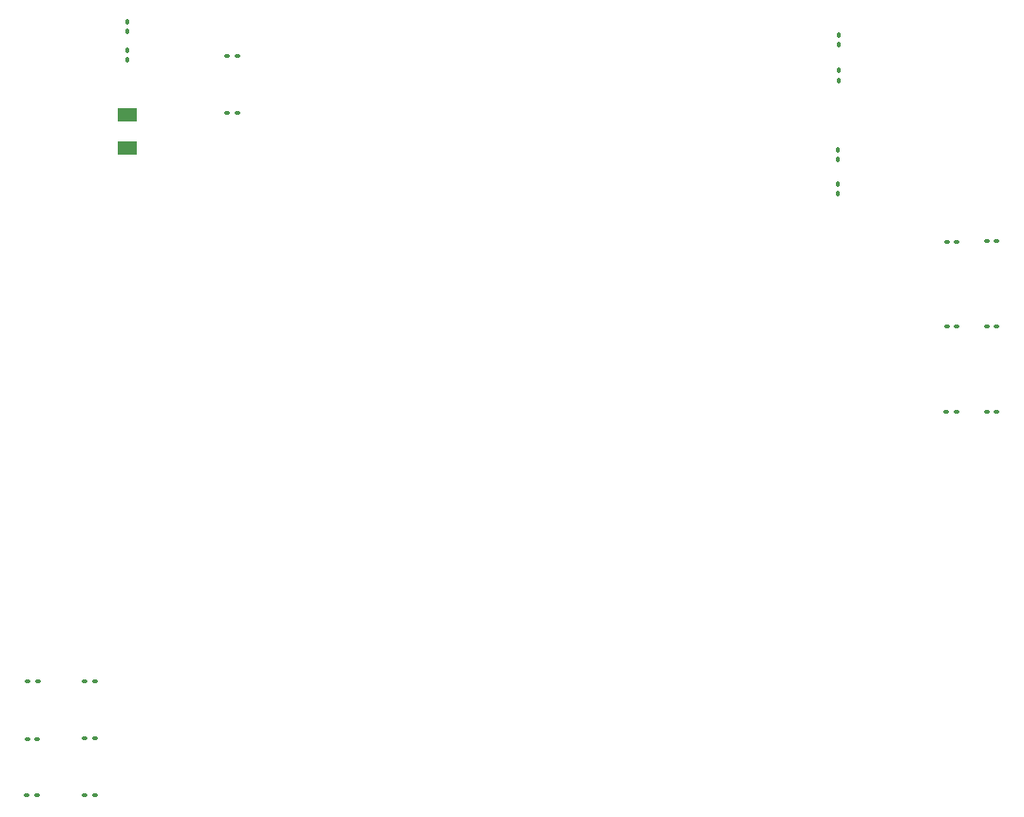
<source format=gtp>
G04 #@! TF.GenerationSoftware,KiCad,Pcbnew,7.0.6*
G04 #@! TF.CreationDate,2023-08-10T19:19:24-04:00*
G04 #@! TF.ProjectId,jerry,6a657272-792e-46b6-9963-61645f706362,rev?*
G04 #@! TF.SameCoordinates,Original*
G04 #@! TF.FileFunction,Paste,Top*
G04 #@! TF.FilePolarity,Positive*
%FSLAX46Y46*%
G04 Gerber Fmt 4.6, Leading zero omitted, Abs format (unit mm)*
G04 Created by KiCad (PCBNEW 7.0.6) date 2023-08-10 19:19:24*
%MOMM*%
%LPD*%
G01*
G04 APERTURE LIST*
G04 Aperture macros list*
%AMRoundRect*
0 Rectangle with rounded corners*
0 $1 Rounding radius*
0 $2 $3 $4 $5 $6 $7 $8 $9 X,Y pos of 4 corners*
0 Add a 4 corners polygon primitive as box body*
4,1,4,$2,$3,$4,$5,$6,$7,$8,$9,$2,$3,0*
0 Add four circle primitives for the rounded corners*
1,1,$1+$1,$2,$3*
1,1,$1+$1,$4,$5*
1,1,$1+$1,$6,$7*
1,1,$1+$1,$8,$9*
0 Add four rect primitives between the rounded corners*
20,1,$1+$1,$2,$3,$4,$5,0*
20,1,$1+$1,$4,$5,$6,$7,0*
20,1,$1+$1,$6,$7,$8,$9,0*
20,1,$1+$1,$8,$9,$2,$3,0*%
G04 Aperture macros list end*
%ADD10RoundRect,0.090000X0.139000X0.090000X-0.139000X0.090000X-0.139000X-0.090000X0.139000X-0.090000X0*%
%ADD11RoundRect,0.090000X-0.139000X-0.090000X0.139000X-0.090000X0.139000X0.090000X-0.139000X0.090000X0*%
%ADD12RoundRect,0.090000X0.090000X-0.139000X0.090000X0.139000X-0.090000X0.139000X-0.090000X-0.139000X0*%
%ADD13RoundRect,0.090000X-0.090000X0.139000X-0.090000X-0.139000X0.090000X-0.139000X0.090000X0.139000X0*%
%ADD14R,1.800000X1.170000*%
G04 APERTURE END LIST*
D10*
X31345000Y-139588410D03*
X30480000Y-139588410D03*
X31321196Y-144780000D03*
X30456196Y-144780000D03*
D11*
X115975000Y-115570000D03*
X116840000Y-115570000D03*
X35560000Y-139650518D03*
X36425000Y-139650518D03*
X35560000Y-144730518D03*
X36425000Y-144730518D03*
X48260000Y-88900000D03*
X49125000Y-88900000D03*
D10*
X113260874Y-107962115D03*
X112395874Y-107962115D03*
D12*
X39370000Y-84200000D03*
X39370000Y-83335000D03*
D11*
X115975000Y-100330000D03*
X116840000Y-100330000D03*
D13*
X102644538Y-95271992D03*
X102644538Y-96136992D03*
X102756645Y-81942984D03*
X102756645Y-82807984D03*
X102672028Y-92207869D03*
X102672028Y-93072869D03*
D11*
X48260000Y-83820000D03*
X49125000Y-83820000D03*
D12*
X39370000Y-81660000D03*
X39370000Y-80795000D03*
D10*
X113269206Y-100379482D03*
X112404206Y-100379482D03*
X113227971Y-115569999D03*
X112362971Y-115569999D03*
D11*
X115975000Y-107950000D03*
X116840000Y-107950000D03*
D10*
X31263641Y-149775553D03*
X30398641Y-149775553D03*
D11*
X35560000Y-149810518D03*
X36425000Y-149810518D03*
D14*
X39370000Y-92020000D03*
X39370000Y-89080000D03*
D13*
X102776838Y-85126507D03*
X102776838Y-85991507D03*
M02*

</source>
